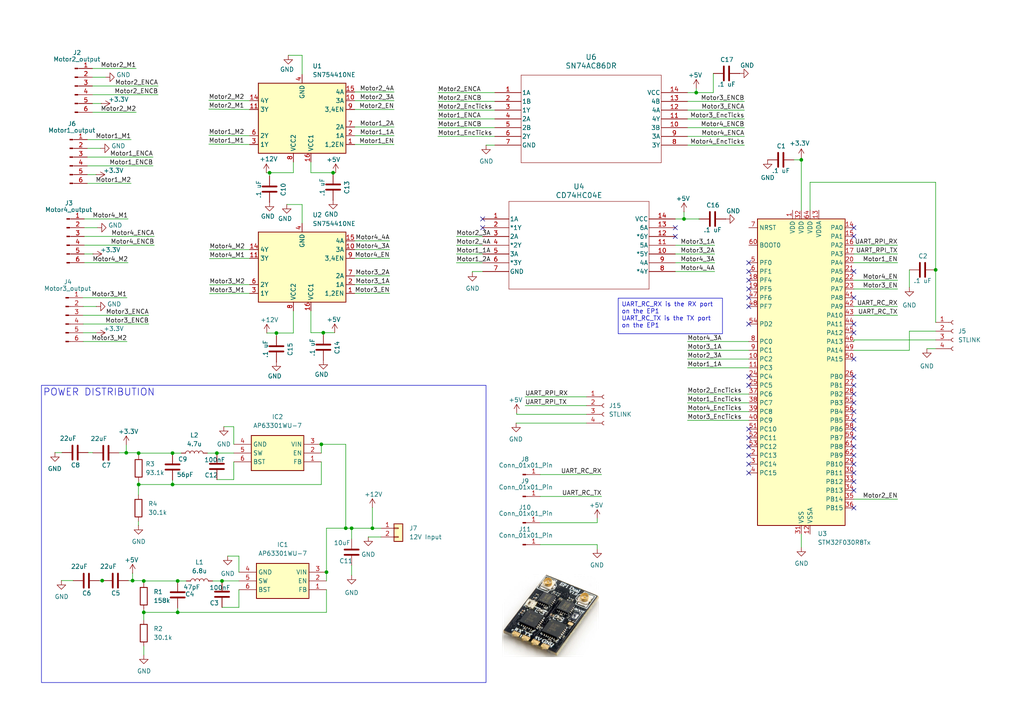
<source format=kicad_sch>
(kicad_sch (version 20231120) (generator "eeschema") (generator_version "8.0")
  (paper "A4")
  (junction (at 96.614 50.1004))
  (junction (at 38.4497 168.4025))
  (junction (at 50.0414 140.532))
  (junction (at 80.1739 96.5903))
  (junction (at 101.9818 153.2124))
  (junction (at 41.6981 177.6118))
  (junction (at 94.6919 165.9498))
  (junction (at 50.0414 131.424))
  (junction (at 51.5309 177.6118))
  (junction (at 41.6981 168.5038))
  (junction (at 100.2871 153.1994))
  (junction (at 78.1844 50.1004))
  (junction (at 40.2086 140.532))
  (junction (at 201.9423 26.867))
  (junction (at 62.9052 131.424))
  (junction (at 108.0081 153.2124))
  (junction (at 36.6238 131.3227))
  (junction (at 271.3766 78.2737))
  (junction (at 64.3947 168.5038))
  (junction (at 29.6409 168.4025))
  (junction (at 40.2086 131.424))
  (junction (at 93.7728 96.5004))
  (junction (at 232.41 46.3605))
  (junction (at 198.3856 63.5124))
  (junction (at 51.5309 168.5038))
  (junction (at 93.2024 128.87))
  (no_connect (at 247.65 104.14))
  (no_connect (at 247.65 116.84))
  (no_connect (at 217.17 81.28))
  (no_connect (at 217.17 78.74))
  (no_connect (at 247.65 78.74))
  (no_connect (at 247.65 114.3))
  (no_connect (at 217.17 137.16))
  (no_connect (at 217.17 134.62))
  (no_connect (at 247.65 111.76))
  (no_connect (at 195.8705 66.0524))
  (no_connect (at 139.9905 63.5124))
  (no_connect (at 247.65 109.22))
  (no_connect (at 195.8705 68.5924))
  (no_connect (at 247.65 66.04))
  (no_connect (at 247.65 142.24))
  (no_connect (at 247.65 134.62))
  (no_connect (at 247.65 147.32))
  (no_connect (at 247.65 93.98))
  (no_connect (at 247.65 119.38))
  (no_connect (at 247.65 139.7))
  (no_connect (at 217.17 124.46))
  (no_connect (at 217.17 111.76))
  (no_connect (at 217.17 109.22))
  (no_connect (at 217.17 76.2))
  (no_connect (at 217.17 93.98))
  (no_connect (at 217.17 83.82))
  (no_connect (at 217.17 129.54))
  (no_connect (at 247.65 124.46))
  (no_connect (at 139.9905 66.0524))
  (no_connect (at 217.17 127))
  (no_connect (at 247.65 127))
  (no_connect (at 247.65 132.08))
  (no_connect (at 247.65 121.92))
  (no_connect (at 247.65 129.54))
  (no_connect (at 217.17 86.36))
  (no_connect (at 217.17 132.08))
  (no_connect (at 247.65 86.36))
  (no_connect (at 247.65 96.52))
  (no_connect (at 247.65 137.16))
  (no_connect (at 247.65 68.58))
  (no_connect (at 217.17 88.9))
  (wire (pts (xy 40.1561 140.5536) (xy 40.2086 140.5536)))
  (wire (pts (xy 61.6633 168.5038) (xy 64.3947 168.5038)))
  (wire (pts (xy 41.6981 176.7332) (xy 41.6981 177.6118)))
  (wire (pts (xy 77.2447 50.1004) (xy 78.1844 50.1004)))
  (wire (pts (xy 127.0123 31.947) (xy 143.5223 31.947)))
  (wire (pts (xy 40.1561 151.1957) (xy 40.1561 152.4093)))
  (wire (pts (xy 127.0123 37.027) (xy 143.5223 37.027)))
  (wire (pts (xy 260.35 81.28) (xy 247.65 81.28)))
  (wire (pts (xy 106.8114 155.7524) (xy 106.8114 155.7504)))
  (wire (pts (xy 93.2024 128.87) (xy 100.2871 128.87)))
  (wire (pts (xy 132.3705 73.6724) (xy 139.9905 73.6724)))
  (wire (pts (xy 62.9052 131.424) (xy 62.9052 131.474)))
  (wire (pts (xy 263.7566 96.0537) (xy 271.3766 96.0537)))
  (wire (pts (xy 202.6638 63.5173) (xy 202.6638 63.5124)))
  (wire (pts (xy 100.2871 153.2124) (xy 101.9818 153.2124)))
  (wire (pts (xy 69.2919 176.1738) (xy 64.3947 176.1738)))
  (wire (pts (xy 132.3705 71.1324) (xy 139.9905 71.1324)))
  (wire (pts (xy 90.17 96.5004) (xy 93.7728 96.5004)))
  (wire (pts (xy 26.8028 27.4815) (xy 45.8528 27.4815)))
  (wire (pts (xy 199.39 116.84) (xy 217.17 116.84)))
  (wire (pts (xy 52.5538 131.424) (xy 50.0414 131.424)))
  (wire (pts (xy 41.6981 177.6118) (xy 41.6981 179.8265)))
  (wire (pts (xy 132.3705 68.5924) (xy 139.9905 68.5924)))
  (wire (pts (xy 139.9905 78.7524) (xy 136.997 78.7524)))
  (wire (pts (xy 67.8024 128.87) (xy 67.8024 123.7454)))
  (wire (pts (xy 67.8024 123.7454) (xy 64.9177 123.7454)))
  (wire (pts (xy 78.1844 50.1004) (xy 85.09 50.1004)))
  (wire (pts (xy 127.0123 29.407) (xy 143.5223 29.407)))
  (wire (pts (xy 41.6981 177.6118) (xy 51.5309 177.6118)))
  (wire (pts (xy 25.3309 45.568) (xy 44.3809 45.568)))
  (wire (pts (xy 263.7566 78.2737) (xy 263.7566 83.3537)))
  (wire (pts (xy 215.9123 37.027) (xy 199.4023 37.027)))
  (wire (pts (xy 198.3856 63.5124) (xy 202.6638 63.5124)))
  (wire (pts (xy 127.0123 39.567) (xy 143.5223 39.567)))
  (wire (pts (xy 149.8634 119.8084) (xy 149.8634 120.181)))
  (wire (pts (xy 93.2024 140.532) (xy 50.0414 140.532)))
  (wire (pts (xy 28.8448 168.4202) (xy 29.6409 168.4202)))
  (wire (pts (xy 260.35 144.78) (xy 247.65 144.78)))
  (wire (pts (xy 60.5625 41.805) (xy 72.39 41.91)))
  (wire (pts (xy 25.3309 53.188) (xy 38.0309 53.188)))
  (wire (pts (xy 40.2086 140.5536) (xy 40.2086 140.532)))
  (wire (pts (xy 199.39 119.38) (xy 217.17 119.38)))
  (wire (pts (xy 94.6919 165.9498) (xy 94.6919 168.4898)))
  (wire (pts (xy 199.39 121.92) (xy 217.17 121.92)))
  (wire (pts (xy 207.3005 71.1324) (xy 195.8705 71.1324)))
  (wire (pts (xy 199.39 104.14) (xy 217.17 104.14)))
  (wire (pts (xy 67.8024 131.41) (xy 62.9052 131.41)))
  (wire (pts (xy 94.6919 177.6118) (xy 51.5309 177.6118)))
  (wire (pts (xy 113.03 80.01) (xy 102.87 80.01)))
  (wire (pts (xy 60.7522 72.4586) (xy 72.39 72.39)))
  (wire (pts (xy 29.3428 30.0215) (xy 26.8028 30.0215)))
  (wire (pts (xy 90.17 90.17) (xy 90.17 96.5004)))
  (wire (pts (xy 215.9123 34.487) (xy 199.4023 34.487)))
  (wire (pts (xy 207.3005 76.2124) (xy 195.8705 76.2124)))
  (wire (pts (xy 60.7522 82.6186) (xy 72.39 82.55)))
  (wire (pts (xy 96.614 50.1004) (xy 97.3739 50.1004)))
  (wire (pts (xy 24.4335 66.0376) (xy 28.2435 66.0376)))
  (wire (pts (xy 215.9123 42.107) (xy 199.4023 42.107)))
  (wire (pts (xy 21.2248 168.3857) (xy 21.2248 168.4202)))
  (wire (pts (xy 260.35 88.9) (xy 247.65 88.9)))
  (wire (pts (xy 156.7127 151.6156) (xy 173.2227 151.6156)))
  (wire (pts (xy 36.6238 128.9786) (xy 36.6238 131.3227)))
  (wire (pts (xy 24.4335 68.5776) (xy 44.7535 68.5776)))
  (wire (pts (xy 199.4023 29.407) (xy 215.9123 29.407)))
  (wire (pts (xy 29.6409 168.3857) (xy 29.6409 168.4025)))
  (wire (pts (xy 93.2024 128.87) (xy 93.2024 131.41)))
  (wire (pts (xy 113.03 82.55) (xy 102.87 82.55)))
  (wire (pts (xy 199.39 101.6) (xy 217.17 101.6)))
  (wire (pts (xy 114.3 29.21) (xy 102.87 29.21)))
  (wire (pts (xy 78.1844 50.1004) (xy 78.1844 51.038)))
  (wire (pts (xy 24.13 88.9) (xy 27.94 88.9)))
  (wire (pts (xy 60.5625 29.105) (xy 72.39 29.21)))
  (wire (pts (xy 90.17 50.1004) (xy 96.614 50.1004)))
  (wire (pts (xy 25.3309 43.028) (xy 29.1409 43.028)))
  (wire (pts (xy 24.4335 71.1176) (xy 44.7535 71.1176)))
  (wire (pts (xy 101.9818 156.3498) (xy 101.9818 153.2124)))
  (wire (pts (xy 40.2086 131.424) (xy 50.0414 131.424)))
  (wire (pts (xy 199.39 114.3) (xy 217.17 114.3)))
  (wire (pts (xy 60.7522 85.1586) (xy 72.39 85.09)))
  (wire (pts (xy 38.4497 166.227) (xy 38.4497 168.4025)))
  (wire (pts (xy 206.8926 26.867) (xy 201.9423 26.867)))
  (wire (pts (xy 50.0414 140.532) (xy 50.0414 139.262)))
  (wire (pts (xy 260.35 73.66) (xy 247.65 73.66)))
  (wire (pts (xy 64.3947 168.4898) (xy 64.3947 168.5038)))
  (wire (pts (xy 27.8709 50.648) (xy 25.3309 50.648)))
  (wire (pts (xy 93.2024 133.95) (xy 93.2024 140.532)))
  (wire (pts (xy 60.7522 74.9986) (xy 72.39 74.93)))
  (wire (pts (xy 234.95 60.96) (xy 234.95 52.8737)))
  (wire (pts (xy 40.2086 139.6534) (xy 40.2086 140.532)))
  (wire (pts (xy 66.04 161.29) (xy 69.2919 161.29)))
  (wire (pts (xy 127.0123 34.487) (xy 143.5223 34.487)))
  (wire (pts (xy 260.35 71.12) (xy 247.65 71.12)))
  (wire (pts (xy 60.5625 31.645) (xy 72.39 31.75)))
  (wire (pts (xy 140.9823 42.107) (xy 143.5223 42.107)))
  (wire (pts (xy 25.3309 48.108) (xy 44.3809 48.108)))
  (wire (pts (xy 173.2227 151.6156) (xy 173.2227 150.3456)))
  (wire (pts (xy 96.614 50.1004) (xy 96.614 50.4442)))
  (wire (pts (xy 69.2919 171.0298) (xy 69.2919 176.1738)))
  (wire (pts (xy 247.65 98.5937) (xy 271.3766 98.5937)))
  (wire (pts (xy 127.0123 26.867) (xy 143.5223 26.867)))
  (wire (pts (xy 37.2609 168.4025) (xy 38.4497 168.4025)))
  (wire (pts (xy 132.3705 76.2124) (xy 139.9905 76.2124)))
  (wire (pts (xy 174.4927 137.6456) (xy 156.7127 137.6456)))
  (wire (pts (xy 114.3 36.83) (xy 102.87 36.83)))
  (wire (pts (xy 26.8028 22.4015) (xy 30.6128 22.4015)))
  (wire (pts (xy 29.6409 168.4202) (xy 29.6409 168.4025)))
  (wire (pts (xy 202.8441 63.5173) (xy 202.6638 63.5173)))
  (wire (pts (xy 93.7728 96.5004) (xy 93.7728 96.8939)))
  (wire (pts (xy 80.1739 97.3679) (xy 80.1739 96.5903)))
  (wire (pts (xy 77.3854 96.5903) (xy 80.1739 96.5903)))
  (wire (pts (xy 37.1335 63.4976) (xy 24.4335 63.4976)))
  (wire (pts (xy 67.8024 133.95) (xy 67.8024 139.094)))
  (wire (pts (xy 26.9735 73.6576) (xy 24.4335 73.6576)))
  (wire (pts (xy 34.5241 131.3227) (xy 36.6238 131.3227)))
  (wire (pts (xy 206.8926 21.297) (xy 206.8926 26.867)))
  (wire (pts (xy 24.4335 76.1976) (xy 37.1335 76.1976)))
  (wire (pts (xy 41.6981 168.4025) (xy 41.6981 168.5038)))
  (wire (pts (xy 195.8705 63.5124) (xy 198.3856 63.5124)))
  (wire (pts (xy 263.7566 101.6) (xy 263.7566 96.0537)))
  (wire (pts (xy 247.65 98.5937) (xy 247.65 99.06)))
  (wire (pts (xy 24.13 99.06) (xy 36.83 99.06)))
  (wire (pts (xy 230.268 46.3605) (xy 232.41 46.3605)))
  (wire (pts (xy 38.4497 168.4025) (xy 41.6981 168.4025)))
  (wire (pts (xy 156.7127 157.9656) (xy 173.2227 157.9656)))
  (wire (pts (xy 41.7132 187.4465) (xy 41.6981 187.4465)))
  (wire (pts (xy 271.3766 52.8737) (xy 271.3766 78.2737)))
  (wire (pts (xy 34.5241 131.3227) (xy 34.5241 131.3348)))
  (wire (pts (xy 93.7728 96.8939) (xy 93.7815 96.8939)))
  (wire (pts (xy 40.2086 132.0334) (xy 40.2086 131.424)))
  (wire (pts (xy 39.5028 19.8615) (xy 26.8028 19.8615)))
  (wire (pts (xy 234.95 52.8737) (xy 271.3766 52.8737)))
  (wire (pts (xy 51.5309 177.6118) (xy 51.5309 176.3418)))
  (wire (pts (xy 113.03 69.85) (xy 102.87 69.85)))
  (wire (pts (xy 152.3119 115.101) (xy 170.0919 115.101)))
  (wire (pts (xy 24.13 93.98) (xy 43.18 93.98)))
  (wire (pts (xy 26.8028 32.5615) (xy 39.5028 32.5615)))
  (wire (pts (xy 36.83 86.36) (xy 24.13 86.36)))
  (wire (pts (xy 90.17 46.99) (xy 90.17 50.1004)))
  (wire (pts (xy 199.4023 31.947) (xy 215.9123 31.947)))
  (wire (pts (xy 170.0919 122.721) (xy 149.6932 122.721)))
  (wire (pts (xy 64.3947 168.5038) (xy 64.3947 168.5538)))
  (wire (pts (xy 271.3766 78.2737) (xy 271.3766 93.5137)))
  (wire (pts (xy 100.2871 153.2124) (xy 100.2871 153.1994)))
  (wire (pts (xy 17.9664 131.2784) (xy 17.9664 131.2701)))
  (wire (pts (xy 114.3 26.67) (xy 102.87 26.67)))
  (wire (pts (xy 25.5864 131.2701) (xy 26.9041 131.2701)))
  (wire (pts (xy 80.1739 96.5903) (xy 85.09 96.5903)))
  (wire (pts (xy 27.94 96.52) (xy 24.13 96.52)))
  (wire (pts (xy 114.3 39.37) (xy 102.87 39.37)))
  (wire (pts (xy 201.9423 26.867) (xy 201.9423 25.597)))
  (wire (pts (xy 93.7728 96.5004) (xy 97.085 96.5004)))
  (wire (pts (xy 94.6919 171.0298) (xy 94.6919 177.6118)))
  (wire (pts (xy 69.2919 161.29) (xy 69.2919 165.9498)))
  (wire (pts (xy 173.2227 159.2356) (xy 173.2227 157.9656)))
  (wire (pts (xy 113.03 85.09) (xy 102.87 85.09)))
  (wire (pts (xy 15.9403 131.2784) (xy 17.9664 131.2784)))
  (wire (pts (xy 174.4927 143.9956) (xy 156.7127 143.9956)))
  (wire (pts (xy 60.1738 131.424) (xy 62.9052 131.424)))
  (wire (pts (xy 26.8028 24.9415) (xy 45.8528 24.9415)))
  (wire (pts (xy 215.9123 39.567) (xy 199.4023 39.567)))
  (wire (pts (xy 51.5309 168.5038) (xy 51.5309 168.7218)))
  (wire (pts (xy 38.0309 40.488) (xy 25.3309 40.488)))
  (wire (pts (xy 24.13 91.44) (xy 43.18 91.44)))
  (wire (pts (xy 50.0414 131.424) (xy 50.0414 131.642)))
  (wire (pts (xy 114.3 31.75) (xy 102.87 31.75)))
  (wire (pts (xy 149.8634 120.181) (xy 170.0919 120.181)))
  (wire (pts (xy 36.6238 131.3227) (xy 40.2086 131.3227)))
  (wire (pts (xy 113.03 72.39) (xy 102.87 72.39)))
  (wire (pts (xy 108.0081 153.2124) (xy 110.4721 153.2124)))
  (wire (pts (xy 54.0433 168.5038) (xy 51.5309 168.5038)))
  (wire (pts (xy 232.41 45.72) (xy 232.41 46.3605)))
  (wire (pts (xy 100.2871 128.87) (xy 100.2871 153.1994)))
  (wire (pts (xy 110.4721 155.7524) (xy 106.8114 155.7524)))
  (wire (pts (xy 113.03 74.93) (xy 102.87 74.93)))
  (wire (pts (xy 40.2086 140.532) (xy 50.0414 140.532)))
  (wire (pts (xy 198.3856 63.5124) (xy 198.3856 61.4109)))
  (wire (pts (xy 83.1728 59.3174) (xy 87.63 59.3174)))
  (wire (pts (xy 26.9041 131.2701) (xy 26.9041 131.3348)))
  (wire (pts (xy 199.39 99.06) (xy 217.17 99.06)))
  (wire (pts (xy 85.09 90.17) (xy 85.09 96.5903)))
  (wire (pts (xy 17.8066 168.3857) (xy 21.2248 168.3857)))
  (wire (pts (xy 62.9052 131.41) (xy 62.9052 131.424)))
  (wire (pts (xy 199.4023 26.867) (xy 201.9423 26.867)))
  (wire (pts (xy 136.997 78.7524) (xy 136.997 78.9845)))
  (wire (pts (xy 271.3766 101.1337) (xy 268.8366 101.1337)))
  (wire (pts (xy 85.09 50.1004) (xy 85.09 46.99)))
  (wire (pts (xy 101.9818 163.9698) (xy 101.9818 166.8519)))
  (wire (pts (xy 41.7132 189.9719) (xy 41.7132 187.4465)))
  (wire (pts (xy 94.6919 153.1994) (xy 100.2871 153.1994)))
  (wire (pts (xy 260.35 76.2) (xy 247.65 76.2)))
  (wire (pts (xy 232.41 158.75) (xy 232.41 154.94)))
  (wire (pts (xy 41.6981 168.5038) (xy 51.5309 168.5038)))
  (wire (pts (xy 247.65 101.6) (xy 263.7566 101.6)))
  (wire (pts (xy 87.63 16.0378) (xy 87.63 21.59)))
  (wire (pts (xy 199.39 106.68) (xy 217.17 106.68)))
  (wire (pts (xy 101.9818 153.2124) (xy 108.0081 153.2124)))
  (wire (pts (xy 41.6981 169.1132) (xy 41.6981 168.5038)))
  (wire (pts (xy 207.3005 73.6724) (xy 195.8705 73.6724)))
  (wire (pts (xy 67.8024 139.094) (xy 62.9052 139.094)))
  (wire (pts (xy 87.63 59.3174) (xy 87.63 64.77)))
  (wire (pts (xy 94.6919 165.9498) (xy 94.6919 153.1994)))
  (wire (pts (xy 207.3005 78.7524) (xy 195.8705 78.7524)))
  (wire (pts (xy 260.35 91.44) (xy 247.65 91.44)))
  (wire (pts (xy 108.0081 147.2069) (xy 108.0081 153.2124)))
  (wire (pts (xy 232.41 46.3605) (xy 232.41 60.96)))
  (wire (pts (xy 152.3119 117.641) (xy 170.0919 117.641)))
  (wire (pts (xy 60.5625 39.265) (xy 72.39 39.37)))
  (wire (pts (xy 83.6034 16.0378) (xy 87.63 16.0378)))
  (wire (pts (xy 260.35 83.82) (xy 247.65 83.82)))
  (wire (pts (xy 40.1561 140.5536) (xy 40.1561 143.5757)))
  (wire (pts (xy 69.2919 168.4898) (xy 64.3947 168.4898)))
  (wire (pts (xy 114.3 41.91) (xy 102.87 41.91)))
  (wire (pts (xy 40.2086 131.3227) (xy 40.2086 131.424)))
  (rectangle (start 12.0251 111.76) (end 140.97 197.9621))
  (image (at 159.6821 178.5548) (scale 0.547173))
  (text_box "UART_RC_RX is the RX port on the EP1 \nUART_RC_TX is the TX port on the EP1 " (at 179.3068 86.4805 0) (size 30.2397 10.3189) (effects (font (size 1.27 1.27)) (justify left top)))
  (text "POWER DISTRIBUTION" (at 28.7165 113.9012 0) (effects (font (size 2.032 2.032))))
  (label "Motor2_EN" (at 260.35 144.78 180))
  (label "Motor2_ENCB" (at 127.0123 29.407 0))
  (label "UART_RC_TX" (at 260.35 91.44 180))
  (label "Motor3_EN" (at 113.03 85.09 180))
  (label "Motor1_ENCA" (at 44.3809 45.568 180))
  (label "Motor4_ENCA" (at 215.9123 39.567 180))
  (label "Motor2_EncTicks" (at 199.39 114.3 0))
  (label "Motor2_ENCB" (at 45.8528 27.4815 180))
  (label "Motor4_M2" (at 37.1335 76.1976 180))
  (label "Motor2_M1" (at 60.5625 31.645 0))
  (label "Motor1_M2" (at 60.5625 39.265 0))
  (label "Motor2_M2" (at 39.5028 32.5615 180))
  (label "Motor3_EncTicks" (at 215.9123 34.487 180))
  (label "Motor2_M2" (at 60.5625 29.105 0))
  (label "Motor2_EN" (at 114.3 31.75 180))
  (label "Motor4_M1" (at 37.1335 63.4976 180))
  (label "Motor4_3A" (at 113.03 72.39 180))
  (label "Motor3_1A" (at 199.39 101.6 0))
  (label "Motor2_4A" (at 114.3 26.67 180))
  (label "Motor3_M2" (at 60.7522 82.6186 0))
  (label "Motor4_EN" (at 113.03 74.93 180))
  (label "Motor3_M2" (at 36.83 99.06 180))
  (label "Motor2_M1" (at 39.5028 19.8615 180))
  (label "Motor1_EncTicks" (at 199.39 116.84 0))
  (label "Motor3_2A" (at 207.3005 73.6724 180))
  (label "Motor2_3A" (at 132.3705 68.5924 0))
  (label "UART_RC_RX" (at 174.4927 137.6456 180))
  (label "Motor3_1A" (at 113.03 82.55 180))
  (label "Motor1_ENCA" (at 127.0123 34.487 0))
  (label "Motor4_3A" (at 207.3005 76.2124 180))
  (label "Motor2_ENCA" (at 127.0123 26.867 0))
  (label "Motor3_1A" (at 207.3005 71.1324 180))
  (label "UART_RPI_RX" (at 152.3119 115.101 0))
  (label "Motor1_ENCB" (at 44.3809 48.108 180))
  (label "UART_RC_TX" (at 174.4927 143.9956 180))
  (label "Motor4_4A" (at 207.3005 78.7524 180))
  (label "Motor3_ENCB" (at 215.9123 29.407 180))
  (label "Motor2_3A" (at 114.3 29.21 180))
  (label "Motor2_3A" (at 199.39 104.14 0))
  (label "Motor1_2A" (at 114.3 36.83 180))
  (label "Motor1_M1" (at 38.0309 40.488 180))
  (label "UART_RPI_TX" (at 152.3119 117.641 0))
  (label "Motor4_M2" (at 60.7522 72.4586 0))
  (label "Motor4_ENCA" (at 44.7535 68.5776 180))
  (label "Motor2_4A" (at 132.3705 71.1324 0))
  (label "UART_RPI_TX" (at 260.35 73.66 180))
  (label "Motor1_M1" (at 60.5625 41.805 0))
  (label "Motor3_2A" (at 113.03 80.01 180))
  (label "Motor3_M1" (at 36.83 86.36 180))
  (label "Motor3_ENCB" (at 43.18 93.98 180))
  (label "Motor4_EncTicks" (at 215.9123 42.107 180))
  (label "Motor1_1A" (at 132.3705 73.6724 0))
  (label "Motor1_M2" (at 38.0309 53.188 180))
  (label "UART_RPI_RX" (at 260.35 71.12 180))
  (label "Motor4_4A" (at 113.03 69.85 180))
  (label "Motor1_ENCB" (at 127.0123 37.027 0))
  (label "Motor3_EN" (at 260.35 83.82 180))
  (label "Motor2_ENCA" (at 45.8528 24.9415 180))
  (label "Motor4_EncTicks" (at 199.39 119.38 0))
  (label "Motor4_ENCB" (at 215.9123 37.027 180))
  (label "Motor3_M1" (at 60.7522 85.1586 0))
  (label "Motor3_ENCA" (at 215.9123 31.947 180))
  (label "Motor1_EncTicks" (at 127.0123 39.567 0))
  (label "Motor1_EN" (at 260.35 76.2 180))
  (label "Motor1_1A" (at 199.39 106.68 0))
  (label "Motor4_3A" (at 199.39 99.06 0))
  (label "UART_RC_RX" (at 260.35 88.9 180))
  (label "Motor4_M1" (at 60.7522 74.9986 0))
  (label "Motor3_EncTicks" (at 199.39 121.92 0))
  (label "Motor1_EN" (at 114.3 41.91 180))
  (label "Motor4_ENCB" (at 44.7535 71.1176 180))
  (label "Motor2_EncTicks" (at 127.0123 31.947 0))
  (label "Motor4_EN" (at 260.35 81.28 180))
  (label "Motor1_2A" (at 132.3705 76.2124 0))
  (label "Motor3_ENCA" (at 43.18 91.44 180))
  (label "Motor1_1A" (at 114.3 39.37 180))
  (symbol (lib_id "Device:C") (at 206.6541 63.5173 90) (unit 1)
    (property "Reference" "C16" (at 206.7819 59.526 90))
    (property "Value" ".1 uF" (at 206.6909 66.68 90))
    (property "Footprint" "Capacitor_SMD:C_0603_1608Metric" (effects (hide yes)))
    (property "Description" "Unpolarized capacitor" (effects (hide yes)))
    (property "manf#" "CC0603KRX7R7BB104" (effects (hide yes)))
    (property "digikey#" "311-1088-2-ND" (effects (hide yes)))
  )
  (symbol (lib_id "power:+3.3V") (at 108.0081 147.2069 0) (unit 1)
    (property "Reference" "#PWR018" (effects (hide yes)))
    (property "Value" "+12V" (at 105.6578 143.3881 0) (effects (justify left)))
    (property "Description" "Power symbol creates a global label with name \"+3.3V\"" (effects (hide yes)))
  )
  (symbol (lib_id "Device:C") (at 226.458 46.3605 90) (unit 1)
    (property "Reference" "C1" (at 226.5858 42.3692 90))
    (property "Value" ".1 uF" (at 226.4948 49.5232 90))
    (property "Footprint" "Capacitor_SMD:C_0603_1608Metric" (effects (hide yes)))
    (property "Description" "Unpolarized capacitor" (effects (hide yes)))
    (property "manf#" "CC0603KRX7R7BB104" (effects (hide yes)))
    (property "digikey#" "311-1088-2-ND" (effects (hide yes)))
  )
  (symbol (lib_id "AP63301WU-7:AP63301WU-7") (at 93.2024 133.95 180) (unit 1)
    (property "Reference" "IC2" (at 80.5024 120.896 0))
    (property "Value" "AP63301WU-7" (at 80.5024 123.436 0))
    (property "Footprint" "SOT95P280X100-6N" (effects (hide yes)))
    (property "Datasheet" "https://www.diodes.com//assets/Datasheets/AP63300-AP63301.pdf" (effects (hide yes)))
    (property "Description" "3.8V TO 32V INPUT, 3A LOW IQ SYNCHRONOUS BUCK WITH ENHANCED EMI REDUCTION." (effects (hide yes)))
    (property "Height" "1" (effects (hide yes)))
    (property "Manufacturer_Name" "Diodes Incorporated" (effects (hide yes)))
    (property "Manufacturer_Part_Number" "AP63301WU-7" (effects (hide yes)))
    (property "digikey#" "31-AP63301WU-7TR-ND" (effects (hide yes)))
    (property "manf#" "AP63301WU-7" (effects (hide yes)))
  )
  (symbol (lib_id "power:+3.3V") (at 27.8709 50.648 270) (unit 1)
    (property "Reference" "#PWR021" (effects (hide yes)))
    (property "Value" "+3.3V" (at 29.9552 49.4599 90) (effects (justify left)))
    (property "Description" "Power symbol creates a global label with name \"+3.3V\"" (effects (hide yes)))
  )
  (symbol (lib_id "power:+3.3V") (at 36.6238 128.9786 0) (unit 1)
    (property "Reference" "#PWR035" (effects (hide yes)))
    (property "Value" "+3.3V" (at 34.2735 125.1598 0) (effects (justify left)))
    (property "Description" "Power symbol creates a global label with name \"+3.3V\"" (effects (hide yes)))
  )
  (symbol (lib_id "Device:C") (at 21.7764 131.2701 90) (unit 1)
    (property "Reference" "C8" (at 23.244 134.9097 90) (effects (justify left)))
    (property "Value" "22uF" (at 22.1873 127.1609 90) (effects (justify left)))
    (property "Footprint" "Capacitor_SMD:C_0603_1608Metric" (effects (hide yes)))
    (property "Description" "Unpolarized capacitor" (effects (hide yes)))
    (property "digikey#" "1276-1274-2-ND" (effects (hide yes)))
    (property "manf#" "CL10A226MP8NUNE" (effects (hide yes)))
  )
  (symbol (lib_id "Device:C") (at 62.9052 135.284 0) (unit 1)
    (property "Reference" "C12" (at 59.3209 137.8194 0) (effects (justify left)))
    (property "Value" "100nF" (at 59.2389 133.3724 0) (effects (justify left)))
    (property "Footprint" "Capacitor_SMD:C_0603_1608Metric" (effects (hide yes)))
    (property "Description" "Unpolarized capacitor" (effects (hide yes)))
    (property "manf#" "  CC0603KRX7R7BB104" (effects (hide yes)))
    (property "digikey#" "311-1088-2-ND" (effects (hide yes)))
  )
  (symbol (lib_id "power:GND") (at 222.648 46.3605 0) (unit 1)
    (property "Reference" "#PWR022" (effects (hide yes)))
    (property "Value" "GND" (at 222.648 51.5353 0))
    (property "Description" "Power symbol creates a global label with name \"GND\" , ground" (effects (hide yes)))
  )
  (symbol (lib_id "power:GND") (at 27.94 88.9 90) (unit 1)
    (property "Reference" "#PWR08" (effects (hide yes)))
    (property "Value" "GND" (at 31.0742 88.2037 90) (effects (justify right)))
    (property "Description" "Power symbol creates a global label with name \"GND\" , ground" (effects (hide yes)))
  )
  (symbol (lib_id "power:GND") (at 29.1409 43.028 90) (unit 1)
    (property "Reference" "#PWR024" (effects (hide yes)))
    (property "Value" "GND" (at 32.2751 42.3317 90) (effects (justify right)))
    (property "Description" "Power symbol creates a global label with name \"GND\" , ground" (effects (hide yes)))
  )
  (symbol (lib_id "power:+3.3V") (at 149.8634 119.8084 0) (unit 1)
    (property "Reference" "#PWR041" (effects (hide yes)))
    (property "Value" "+5V" (at 147.5131 115.9896 0) (effects (justify left)))
    (property "Description" "Power symbol creates a global label with name \"+3.3V\"" (effects (hide yes)))
  )
  (symbol (lib_id "MCU_ST_STM32F0:STM32F030R8Tx") (at 232.41 109.22 0) (unit 1)
    (property "Reference" "U3" (at 237.1441 154.7895 0) (effects (justify left)))
    (property "Value" "STM32F030R8Tx" (at 237.1441 157.3295 0) (effects (justify left)))
    (property "Footprint" "Package_QFP:LQFP-64_10x10mm_P0.5mm" (effects (hide yes)))
    (property "Datasheet" "https://www.st.com/resource/en/datasheet/stm32f030r8.pdf" (effects (hide yes)))
    (property "Description" "STMicroelectronics Arm Cortex-M0 MCU, 64KB flash, 8KB RAM, 48 MHz, 2.4-3.6V, 55 GPIO, LQFP64" (effects (hide yes)))
  )
  (symbol (lib_id "power:GND") (at 210.4641 63.5173 90) (unit 1)
    (property "Reference" "#PWR039" (effects (hide yes)))
    (property "Value" "GND" (at 210.6062 61.1896 90) (effects (justify right)))
    (property "Description" "Power symbol creates a global label with name \"GND\" , ground" (effects (hide yes)))
  )
  (symbol (lib_id "power:GND") (at 268.8366 101.1337 0) (unit 1)
    (property "Reference" "#PWR011" (effects (hide yes)))
    (property "Value" "GND" (at 268.8366 106.199 0))
    (property "Description" "Power symbol creates a global label with name \"GND\" , ground" (effects (hide yes)))
  )
  (symbol (lib_id "power:GND") (at 93.7815 104.5139 0) (unit 1)
    (property "Reference" "#PWR037" (effects (hide yes)))
    (property "Value" "GND" (at 95.3221 108.6147 0) (effects (justify right)))
    (property "Description" "Power symbol creates a global label with name \"GND\" , ground" (effects (hide yes)))
  )
  (symbol (lib_id "power:GND") (at 214.5126 21.297 90) (unit 1)
    (property "Reference" "#PWR040" (effects (hide yes)))
    (property "Value" "GND" (at 214.6547 18.9693 90) (effects (justify right)))
    (property "Description" "Power symbol creates a global label with name \"GND\" , ground" (effects (hide yes)))
  )
  (symbol (lib_id "Connector:Conn_01x01_Pin") (at 151.6327 143.9956 0) (unit 1)
    (property "Reference" "J9" (at 152.2677 139.5377 0))
    (property "Value" "Conn_01x01_Pin" (at 152.4923 141.3056 0))
    (property "Footprint" "TestPoint:TestPoint_THTPad_2.0x2.0mm_Drill1.0mm" (effects (hide yes)))
    (property "Description" "Generic connector, single row, 01x01, script generated" (effects (hide yes)))
  )
  (symbol (lib_id "Connector:Conn_01x01_Pin") (at 151.6327 151.6156 0) (unit 1)
    (property "Reference" "J10" (at 152.2677 147.1577 0))
    (property "Value" "Conn_01x01_Pin" (at 152.4923 148.9256 0))
    (property "Footprint" "TestPoint:TestPoint_THTPad_2.0x2.0mm_Drill1.0mm" (effects (hide yes)))
    (property "Description" "Generic connector, single row, 01x01, script generated" (effects (hide yes)))
  )
  (symbol (lib_id "Device:L") (at 57.8533 168.5038 90) (unit 1)
    (property "Reference" "L1" (at 57.8533 163.057 90))
    (property "Value" "6.8u" (at 57.8533 165.597 90))
    (property "Footprint" "Inductor_SMD:L_0603_1608Metric" (effects (hide yes)))
    (property "Description" "Inductor" (effects (hide yes)))
    (property "manf#" "AIML-0603-6R8K-T" (effects (hide yes)))
    (property "digikey#" "535-11606-2-ND " (effects (hide yes)))
  )
  (symbol (lib_id "power:GND") (at 96.614 58.0642 0) (unit 1)
    (property "Reference" "#PWR036" (effects (hide yes)))
    (property "Value" "GND" (at 98.1546 62.165 0) (effects (justify right)))
    (property "Description" "Power symbol creates a global label with name \"GND\" , ground" (effects (hide yes)))
  )
  (symbol (lib_id "Connector_Generic:Conn_01x02") (at 115.5521 153.2124 0) (unit 1)
    (property "Reference" "J7" (at 118.6738 153.2123 0) (effects (justify left)))
    (property "Value" "12V Input" (at 118.6738 155.7523 0) (effects (justify left)))
    (property "Footprint" "Connector_AMASS:AMASS_XT60PW-M_1x02_P7.20mm_Horizontal" (effects (hide yes)))
    (property "Description" "Generic connector, single row, 01x02, script generated (kicad-library-utils/schlib/autogen/connector/)" (effects (hide yes)))
  )
  (symbol (lib_id "Device:R") (at 41.6981 172.9232 0) (unit 1)
    (property "Reference" "R1" (at 44.52 171.6531 0) (effects (justify left)))
    (property "Value" "158k" (at 44.52 174.1931 0) (effects (justify left)))
    (property "Footprint" "Resistor_SMD:R_0603_1608Metric" (effects (hide yes)))
    (property "Description" "Resistor" (effects (hide yes)))
    (property "manf#" "CRCW0603158KFKEA" (effects (hide yes)))
    (property "digikey#" "541-158KHTR-ND" (effects (hide yes)))
  )
  (symbol (lib_id "power:GND") (at 136.997 78.9845 0) (unit 1)
    (property "Reference" "#PWR029" (effects (hide yes)))
    (property "Value" "GND" (at 139.113 83.6574 0) (effects (justify right)))
    (property "Description" "Power symbol creates a global label with name \"GND\" , ground" (effects (hide yes)))
  )
  (symbol (lib_id "Device:C") (at 267.5666 78.2737 90) (unit 1)
    (property "Reference" "C2" (at 267.6944 74.2824 90))
    (property "Value" ".1 uF" (at 267.6034 81.4364 90))
    (property "Footprint" "Capacitor_SMD:C_0603_1608Metric" (effects (hide yes)))
    (property "Description" "Unpolarized capacitor" (effects (hide yes)))
    (property "manf#" "CC0603KRX7R7BB104" (effects (hide yes)))
    (property "digikey#" "311-1088-2-ND" (effects (hide yes)))
  )
  (symbol (lib_id "power:+3.3V") (at 38.4497 166.227 0) (unit 1)
    (property "Reference" "#PWR034" (effects (hide yes)))
    (property "Value" "+5V" (at 36.0994 162.4082 0) (effects (justify left)))
    (property "Description" "Power symbol creates a global label with name \"+3.3V\"" (effects (hide yes)))
  )
  (symbol (lib_id "Device:R") (at 40.1561 147.3857 0) (unit 1)
    (property "Reference" "R4" (at 42.978 146.1156 0) (effects (justify left)))
    (property "Value" "30.1k" (at 42.978 148.6556 0) (effects (justify left)))
    (property "Footprint" "Resistor_SMD:R_0603_1608Metric" (effects (hide yes)))
    (property "Description" "Resistor" (effects (hide yes)))
    (property "manf#" "RC0603FR-0730K1L" (effects (hide yes)))
    (property "digikey#" "311-30.1KHRTR-ND" (effects (hide yes)))
  )
  (symbol (lib_id "power:GND") (at 30.6128 22.4015 90) (unit 1)
    (property "Reference" "#PWR04" (effects (hide yes)))
    (property "Value" "GND" (at 33.747 21.7052 90) (effects (justify right)))
    (property "Description" "Power symbol creates a global label with name \"GND\" , ground" (effects (hide yes)))
  )
  (symbol (lib_id "power:GND") (at 66.04 161.29 0) (unit 1)
    (property "Reference" "#PWR01" (effects (hide yes)))
    (property "Value" "GND" (at 66.04 166.37 0))
    (property "Description" "Power symbol creates a global label with name \"GND\" , ground" (effects (hide yes)))
  )
  (symbol (lib_id "Device:C") (at 101.9818 160.1598 0) (unit 1)
    (property "Reference" "C11" (at 98.3975 162.6952 0) (effects (justify left)))
    (property "Value" "10uF" (at 96.7956 157.4482 0) (effects (justify left)))
    (property "Footprint" "Capacitor_SMD:C_0603_1608Metric" (effects (hide yes)))
    (property "Datasheet" "https://mm.digikey.com/Volume0/opasdata/d220001/medias/docus/609/CL10A106MQ8NNNC_Spec.pdf" (effects (hide yes)))
    (property "Description" "Unpolarized capacitor" (effects (hide yes)))
    (property "digikey#" "1276-1119-2-ND" (effects (hide yes)))
    (property "manf#" "CL10A106MQ8NNNC" (effects (hide yes)))
  )
  (symbol (lib_id "Driver_Motor:SN754410NE") (at 87.63 77.47 180) (unit 1)
    (property "Reference" "U2" (at 90.6465 62.335 0) (effects (justify right)))
    (property "Value" "SN754410NE" (at 90.6465 64.875 0) (effects (justify right)))
    (property "Footprint" "Package_DIP:DIP-16_W7.62mm" (effects (hide yes)))
    (property "Datasheet" "https://www.ti.com/lit/ds/symlink/sn754410.pdf" (effects (hide yes)))
    (property "Description" "Quadruple Half-H Driver, DIP-16" (effects (hide yes)))
  )
  (symbol (lib_id "Connector:Conn_01x01_Pin") (at 151.6327 137.6456 0) (unit 1)
    (property "Reference" "J8" (at 152.2677 133.1877 0))
    (property "Value" "Conn_01x01_Pin" (at 152.4923 134.9556 0))
    (property "Footprint" "TestPoint:TestPoint_THTPad_2.0x2.0mm_Drill1.0mm" (effects (hide yes)))
    (property "Description" "Generic connector, single row, 01x01, script generated" (effects (hide yes)))
  )
  (symbol (lib_id "power:GND") (at 28.2435 66.0376 90) (unit 1)
    (property "Reference" "#PWR07" (effects (hide yes)))
    (property "Value" "GND" (at 31.3777 65.3413 90) (effects (justify right)))
    (property "Description" "Power symbol creates a global label with name \"GND\" , ground" (effects (hide yes)))
  )
  (symbol (lib_id "power:GND") (at 101.9818 166.8519 0) (unit 1)
    (property "Reference" "#PWR020" (effects (hide yes)))
    (property "Value" "GND" (at 101.9818 171.9172 0))
    (property "Description" "Power symbol creates a global label with name \"GND\" , ground" (effects (hide yes)))
  )
  (symbol (lib_id "Device:R") (at 41.6981 183.6365 0) (unit 1)
    (property "Reference" "R2" (at 44.52 182.3664 0) (effects (justify left)))
    (property "Value" "30.1k" (at 44.52 184.9064 0) (effects (justify left)))
    (property "Footprint" "Resistor_SMD:R_0603_1608Metric" (effects (hide yes)))
    (property "Description" "Resistor" (effects (hide yes)))
    (property "manf#" "RC0603FR-0730K1L" (effects (hide yes)))
    (property "digikey#" "311-30.1KHRTR-ND" (effects (hide yes)))
  )
  (symbol (lib_id "power:+3.3V") (at 232.41 45.72 0) (unit 1)
    (property "Reference" "#PWR010" (effects (hide yes)))
    (property "Value" "+3.3V" (at 228.9476 41.567 0) (effects (justify left)))
    (property "Description" "Power symbol creates a global label with name \"+3.3V\"" (effects (hide yes)))
  )
  (symbol (lib_id "AP63301WU-7:AP63301WU-7") (at 94.6919 171.0298 180) (unit 1)
    (property "Reference" "IC1" (at 81.9919 157.9758 0))
    (property "Value" "AP63301WU-7" (at 81.9919 160.5158 0))
    (property "Footprint" "SOT95P280X100-6N" (effects (hide yes)))
    (property "Datasheet" "https://www.diodes.com//assets/Datasheets/AP63300-AP63301.pdf" (effects (hide yes)))
    (property "Description" "3.8V TO 32V INPUT, 3A LOW IQ SYNCHRONOUS BUCK WITH ENHANCED EMI REDUCTION." (effects (hide yes)))
    (property "Height" "1" (effects (hide yes)))
    (property "Manufacturer_Name" "Diodes Incorporated" (effects (hide yes)))
    (property "Manufacturer_Part_Number" "AP63301WU-7" (effects (hide yes)))
    (property "digikey#" "31-AP63301WU-7TR-ND" (effects (hide yes)))
    (property "manf#" "AP63301WU-7" (effects (hide yes)))
  )
  (symbol (lib_id "power:GND") (at 83.1728 59.3174 0) (unit 1)
    (property "Reference" "#PWR012" (effects (hide yes)))
    (property "Value" "GND" (at 84.7134 63.4182 0) (effects (justify right)))
    (property "Description" "Power symbol creates a global label with name \"GND\" , ground" (effects (hide yes)))
  )
  (symbol (lib_id "power:GND") (at 83.6034 16.0378 0) (unit 1)
    (property "Reference" "#PWR013" (effects (hide yes)))
    (property "Value" "GND" (at 85.289 20.1407 0) (effects (justify right)))
    (property "Description" "Power symbol creates a global label with name \"GND\" , ground" (effects (hide yes)))
  )
  (symbol (lib_id "Connector:Conn_01x06_Pin") (at 21.7228 24.9415 0) (unit 1)
    (property "Reference" "J2" (at 22.3578 15.2694 0))
    (property "Value" "Motor2_output" (at 22.2964 17.1765 0))
    (property "Footprint" "Connector_JST:JST_PH_B6B-PH-K_1x06_P2.00mm_Vertical" (effects (hide yes)))
    (property "Description" "Generic connector, single row, 01x06, script generated" (effects (hide yes)))
  )
  (symbol (lib_id "Device:C") (at 64.3947 172.3638 0) (unit 1)
    (property "Reference" "C3" (at 60.8104 174.8992 0) (effects (justify left)))
    (property "Value" "100nF" (at 60.7284 170.4522 0) (effects (justify left)))
    (property "Footprint" "Capacitor_SMD:C_0603_1608Metric" (effects (hide yes)))
    (property "Description" "Unpolarized capacitor" (effects (hide yes)))
    (property "manf#" "  CC0603KRX7R7BB104" (effects (hide yes)))
    (property "digikey#" "311-1088-2-ND" (effects (hide yes)))
  )
  (symbol (lib_id "power:GND") (at 17.8066 168.3857 0) (unit 1)
    (property "Reference" "#PWR031" (effects (hide yes)))
    (property "Value" "GND" (at 19.9226 173.0586 0) (effects (justify right)))
    (property "Description" "Power symbol creates a global label with name \"GND\" , ground" (effects (hide yes)))
  )
  (symbol (lib_id "Connector:Conn_01x04_Socket") (at 276.4566 96.0537 0) (unit 1)
    (property "Reference" "J5" (at 277.8729 96.0536 0) (effects (justify left)))
    (property "Value" "STLINK" (at 277.8729 98.5936 0) (effects (justify left)))
    (property "Footprint" "Connector_PinHeader_2.54mm:PinHeader_1x04_P2.54mm_Vertical" (effects (hide yes)))
    (property "Description" "Generic connector, single row, 01x04, script generated" (effects (hide yes)))
  )
  (symbol (lib_id "Device:C") (at 80.1739 101.1779 0) (unit 1)
    (property "Reference" "C15" (at 84.1652 101.3057 90))
    (property "Value" ".1 uF" (at 77.0112 101.2147 90))
    (property "Footprint" "Capacitor_SMD:C_0603_1608Metric" (effects (hide yes)))
    (property "Description" "Unpolarized capacitor" (effects (hide yes)))
    (property "manf#" "CC0603KRX7R7BB104" (effects (hide yes)))
    (property "digikey#" "311-1088-2-ND" (effects (hide yes)))
  )
  (symbol (lib_id "power:+3.3V") (at 97.3739 50.1004 0) (unit 1)
    (property "Reference" "#PWR017" (effects (hide yes)))
    (property "Value" "+5V" (at 94.6629 46.2943 0) (effects (justify left)))
    (property "Description" "Power symbol creates a global label with name \"+3.3V\"" (effects (hide yes)))
  )
  (symbol (lib_id "power:GND") (at 173.2227 159.2356 0) (mirror y) (unit 1)
    (property "Reference" "#PWR043" (effects (hide yes)))
    (property "Value" "GND" (at 171.1067 163.9085 0) (effects (justify right)))
    (property "Description" "Power symbol creates a global label with name \"GND\" , ground" (effects (hide yes)))
  )
  (symbol (lib_id "Device:C") (at 25.0348 168.4202 90) (unit 1)
    (property "Reference" "C6" (at 26.5024 172.0598 90) (effects (justify left)))
    (property "Value" "22uF" (at 25.4457 164.311 90) (effects (justify left)))
    (property "Footprint" "Capacitor_SMD:C_0603_1608Metric" (effects (hide yes)))
    (property "Description" "Unpolarized capacitor" (effects (hide yes)))
    (property "digikey#" "1276-1274-2-ND" (effects (hide yes)))
    (property "manf#" "CL10A226MP8NUNE" (effects (hide yes)))
  )
  (symbol (lib_id "Device:R") (at 40.2086 135.8434 0) (unit 1)
    (property "Reference" "R3" (at 42.1999 134.5733 0) (effects (justify left)))
    (property "Value" "93.1k" (at 42.1999 137.1133 0) (effects (justify left)))
    (property "Footprint" "Resistor_SMD:R_0603_1608Metric" (effects (hide yes)))
    (property "Description" "Resistor" (effects (hide yes)))
  )
  (symbol (lib_id "power:+3.3V") (at 97.085 96.5004 0) (unit 1)
    (property "Reference" "#PWR015" (effects (hide yes)))
    (property "Value" "+5V" (at 94.7347 92.6816 0) (effects (justify left)))
    (property "Description" "Power symbol creates a global label with name \"+3.3V\"" (effects (hide yes)))
  )
  (symbol (lib_id "Connector:Conn_01x06_Pin") (at 19.05 91.44 0) (unit 1)
    (property "Reference" "J4" (at 19.685 81.7679 0))
    (property "Value" "Motor3_output" (at 19.6236 83.675 0))
    (property "Footprint" "Connector_JST:JST_PH_B6B-PH-K_1x06_P2.00mm_Vertical" (effects (hide yes)))
    (property "Description" "Generic connector, single row, 01x06, script generated" (effects (hide yes)))
  )
  (symbol (lib_id "power:GND") (at 80.1739 104.9879 0) (unit 1)
    (property "Reference" "#PWR038" (effects (hide yes)))
    (property "Value" "GND" (at 81.7145 109.0887 0) (effects (justify right)))
    (property "Description" "Power symbol creates a global label with name \"GND\" , ground" (effects (hide yes)))
  )
  (symbol (lib_id "power:GND") (at 40.1561 152.4093 0) (unit 1)
    (property "Reference" "#PWR033" (effects (hide yes)))
    (property "Value" "GND" (at 42.2721 157.0822 0) (effects (justify right)))
    (property "Description" "Power symbol creates a global label with name \"GND\" , ground" (effects (hide yes)))
  )
  (symbol (lib_id "Driver_Motor:SN754410NE") (at 87.63 34.29 180) (unit 1)
    (property "Reference" "U1" (at 90.6465 19.155 0) (effects (justify right)))
    (property "Value" "SN754410NE" (at 90.6465 21.695 0) (effects (justify right)))
    (property "Footprint" "Package_DIP:DIP-16_W7.62mm" (effects (hide yes)))
    (property "Datasheet" "https://www.ti.com/lit/ds/symlink/sn754410.pdf" (effects (hide yes)))
    (property "Description" "Quadruple Half-H Driver, DIP-16" (effects (hide yes)))
  )
  (symbol (lib_id "SN74AC86DR:SN74AC86DR") (at 143.5223 26.867 0) (unit 1)
    (property "Reference" "U6" (at 171.4623 16.5512 0) (effects (font (size 1.524 1.524))))
    (property "Value" "SN74AC86DR" (at 171.4623 19.0912 0) (effects (font (size 1.524 1.524))))
    (property "Footprint" "SN74AC86DR:D14" (effects (hide yes)))
    (property "Datasheet" "SN74AC86DR" (effects (hide yes)))
    (property "Description" "XOR Gate" (effects (hide yes)))
  )
  (symbol (lib_id "power:GND") (at 64.9177 123.7454 0) (unit 1)
    (property "Reference" "#PWR02" (effects (hide yes)))
    (property "Value" "GND" (at 64.9177 128.8254 0))
    (property "Description" "Power symbol creates a global label with name \"GND\" , ground" (effects (hide yes)))
  )
  (symbol (lib_id "power:+3.3V") (at 26.9735 73.6576 270) (unit 1)
    (property "Reference" "#PWR05" (effects (hide yes)))
    (property "Value" "+3.3V" (at 29.0578 72.4695 90) (effects (justify left)))
    (property "Description" "Power symbol creates a global label with name \"+3.3V\"" (effects (hide yes)))
  )
  (symbol (lib_id "Device:L") (at 56.3638 131.424 90) (unit 1)
    (property "Reference" "L2" (at 56.3638 126.227 90))
    (property "Value" "4.7u" (at 56.3638 128.767 90))
    (property "Footprint" "Inductor_SMD:L_0603_1608Metric" (effects (hide yes)))
    (property "Description" "Inductor" (effects (hide yes)))
    (property "manf#" "AIML-0603-4R7K-T" (effects (hide yes)))
    (property "digikey#" "535-11602-2-ND " (effects (hide yes)))
  )
  (symbol (lib_id "Device:C") (at 51.5309 172.5318 0) (unit 1)
    (property "Reference" "C4" (at 53.7035 172.3356 0) (effects (justify left)))
    (property "Value" "47pF" (at 53.1861 170.2951 0) (effects (justify left)))
    (property "Footprint" "Capacitor_SMD:C_0603_1608Metric" (effects (hide yes)))
    (property "Description" "Unpolarized capacitor" (effects (hide yes)))
    (property "manf#" "CL10C470JB8NNNC" (effects (hide yes)))
    (property "digikey#" "1276-1037-2-ND" (effects (hide yes)))
  )
  (symbol (lib_id "Device:C") (at 33.4509 168.4025 90) (unit 1)
    (property "Reference" "C5" (at 34.9185 172.0421 90) (effects (justify left)))
    (property "Value" "22uF" (at 33.8618 164.2933 90) (effects (justify left)))
    (property "Footprint" "Capacitor_SMD:C_0603_1608Metric" (effects (hide yes)))
    (property "Description" "Unpolarized capacitor" (effects (hide yes)))
    (property "digikey#" "1276-1274-2-ND" (effects (hide yes)))
    (property "manf#" "CL10A226MP8NUNE" (effects (hide yes)))
  )
  (symbol (lib_id "Connector:Conn_01x01_Pin") (at 151.6327 157.9656 0) (unit 1)
    (property "Reference" "J11" (at 152.2677 153.5077 0))
    (property "Value" "Conn_01x01_Pin" (at 152.4923 155.2756 0))
    (property "Footprint" "TestPoint:TestPoint_THTPad_2.0x2.0mm_Drill1.0mm" (effects (hide yes)))
    (property "Description" "Generic connector, single row, 01x01, script generated" (effects (hide yes)))
  )
  (symbol (lib_id "power:+3.3V") (at 77.3854 96.5903 0) (unit 1)
    (property "Reference" "#PWR014" (effects (hide yes)))
    (property "Value" "+12V" (at 75.4828 92.7715 0) (effects (justify left)))
    (property "Description" "Power symbol creates a global label with name \"+3.3V\"" (effects (hide yes)))
  )
  (symbol (lib_id "power:+3.3V") (at 29.3428 30.0215 270) (unit 1)
    (property "Reference" "#PWR03" (effects (hide yes)))
    (property "Value" "+3.3V" (at 31.4271 28.8334 90) (effects (justify left)))
    (property "Description" "Power symbol creates a global label with name \"+3.3V\"" (effects (hide yes)))
  )
  (symbol (lib_id "Connector:Conn_01x04_Socket") (at 175.1719 117.641 0) (unit 1)
    (property "Reference" "J15" (at 176.5882 117.6409 0) (effects (justify left)))
    (property "Value" "STLINK" (at 176.5882 120.1809 0) (effects (justify left)))
    (property "Footprint" "Connector_PinHeader_2.54mm:PinHeader_1x04_P2.54mm_Vertical" (effects (hide yes)))
    (property "Description" "Generic connector, single row, 01x04, script generated" (effects (hide yes)))
  )
  (symbol (lib_id "power:GND") (at 15.9403 131.2784 0) (mirror y) (unit 1)
    (property "Reference" "#PWR032" (effects (hide yes)))
    (property "Value" "GND" (at 13.8243 135.9513 0) (effects (justify right)))
    (property "Description" "Power symbol creates a global label with name \"GND\" , ground" (effects (hide yes)))
  )
  (symbol (lib_id "power:GND") (at 106.8114 155.7504 0) (unit 1)
    (property "Reference" "#PWR019" (effects (hide yes)))
    (property "Value" "GND" (at 106.8114 160.8157 0))
    (property "Description" "Power symbol creates a global label with name \"GND\" , ground" (effects (hide yes)))
  )
  (symbol (lib_id "power:GND") (at 78.1844 58.658 0) (unit 1)
    (property "Reference" "#PWR025" (effects (hide yes)))
    (property "Value" "GND" (at 79.725 62.7588 0) (effects (justify right)))
    (property "Description" "Power symbol creates a global label with name \"GND\" , ground" (effects (hide yes)))
  )
  (symbol (lib_id "power:GND") (at 149.6932 122.721 0) (mirror y) (unit 1)
    (property "Reference" "#PWR042" (effects (hide yes)))
    (property "Value" "GND" (at 147.5772 127.3939 0) (effects (justify right)))
    (property "Description" "Power symbol creates a global label with name \"GND\" , ground" (effects (hide yes)))
  )
  (symbol (lib_id "power:+3.3V") (at 27.94 96.52 270) (unit 1)
    (property "Reference" "#PWR06" (effects (hide yes)))
    (property "Value" "+3.3V" (at 30.0243 95.3319 90) (effects (justify left)))
    (property "Description" "Power symbol creates a global label with name \"+3.3V\"" (effects (hide yes)))
  )
  (symbol (lib_id "Device:C") (at 96.614 54.2542 0) (unit 1)
    (property "Reference" "C13" (at 100.6053 54.382 90))
    (property "Value" ".1 uF" (at 93.4513 54.291 90))
    (property "Footprint" "Capacitor_SMD:C_0603_1608Metric" (effects (hide yes)))
    (property "Description" "Unpolarized capacitor" (effects (hide yes)))
    (property "manf#" "CC0603KRX7R7BB104" (effects (hide yes)))
    (property "digikey#" "311-1088-2-ND" (effects (hide yes)))
  )
  (symbol (lib_id "power:+3.3V") (at 201.9423 25.597 0) (unit 1)
    (property "Reference" "#PWR026" (effects (hide yes)))
    (property "Value" "+5V" (at 199.592 21.7782 0) (effects (justify left)))
    (property "Description" "Power symbol creates a global label with name \"+3.3V\"" (effects (hide yes)))
  )
  (symbol (lib_id "CD74HC04E:CD74HC04E") (at 139.9905 63.5124 0) (unit 1)
    (property "Reference" "U4" (at 167.9305 54.1075 0) (effects (font (size 1.524 1.524))))
    (property "Value" "CD74HC04E" (at 167.9305 56.6475 0) (effects (font (size 1.524 1.524))))
    (property "Footprint" "CD74HC04E:N14" (effects (hide yes)))
    (property "Datasheet" "CD74HC04E" (effects (hide yes)))
    (property "Description" "Voltage Inverter" (effects (hide yes)))
  )
  (symbol (lib_id "power:+3.3V") (at 77.2447 50.1004 0) (unit 1)
    (property "Reference" "#PWR016" (effects (hide yes)))
    (property "Value" "+12V" (at 75.2588 46.1124 0) (effects (justify left)))
    (property "Description" "Power symbol creates a global label with name \"+3.3V\"" (effects (hide yes)))
  )
  (symbol (lib_id "Device:C") (at 50.0414 135.452 0) (unit 1)
    (property "Reference" "C9" (at 51.6415 133.1734 0) (effects (justify left)))
    (property "Value" "56pF" (at 51.264 137.6558 0) (effects (justify left)))
    (property "Footprint" "Capacitor_SMD:C_0603_1608Metric" (effects (hide yes)))
    (property "Description" "Unpolarized capacitor" (effects (hide yes)))
    (property "manf#" "  CL10C560JB8NNNC" (effects (hide yes)))
    (property "digikey#" "1276-1197-2-ND" (effects (hide yes)))
  )
  (symbol (lib_id "power:GND") (at 263.7566 83.3537 0) (unit 1)
    (property "Reference" "#PWR023" (effects (hide yes)))
    (property "Value" "GND" (at 263.7566 88.5285 0))
    (property "Description" "Power symbol creates a global label with name \"GND\" , ground" (effects (hide yes)))
  )
  (symbol (lib_id "power:GND") (at 41.7132 189.9719 0) (unit 1)
    (property "Reference" "#PWR030" (effects (hide yes)))
    (property "Value" "GND" (at 43.8292 194.6448 0) (effects (justify right)))
    (property "Description" "Power symbol creates a global label with name \"GND\" , ground" (effects (hide yes)))
  )
  (symbol (lib_id "power:+3.3V") (at 173.2227 150.3456 0) (unit 1)
    (property "Reference" "#PWR044" (effects (hide yes)))
    (property "Value" "+5V" (at 170.8724 146.5268 0) (effects (justify left)))
    (property "Description" "Power symbol creates a global label with name \"+3.3V\"" (effects (hide yes)))
  )
  (symbol (lib_id "Connector:Conn_01x06_Pin") (at 19.3535 68.5776 0) (unit 1)
    (property "Reference" "J3" (at 19.9885 58.9055 0))
    (property "Value" "Motor4_output" (at 19.9271 60.8126 0))
    (property "Footprint" "Connector_JST:JST_PH_B6B-PH-K_1x06_P2.00mm_Vertical" (effects (hide yes)))
    (property "Description" "Generic connector, single row, 01x06, script generated" (effects (hide yes)))
  )
  (symbol (lib_id "power:+3.3V") (at 198.3856 61.4109 0) (unit 1)
    (property "Reference" "#PWR028" (effects (hide yes)))
    (property "Value" "+5V" (at 196.0353 57.5921 0) (effects (justify left)))
    (property "Description" "Power symbol creates a global label with name \"+3.3V\"" (effects (hide yes)))
  )
  (symbol (lib_id "Connector:Conn_01x06_Pin") (at 20.2509 45.568 0) (unit 1)
    (property "Reference" "J6" (at 20.8859 35.8959 0))
    (property "Value" "Motor1_output" (at 20.8245 37.803 0))
    (property "Footprint" "Connector_JST:JST_PH_B6B-PH-K_1x06_P2.00mm_Vertical" (effects (hide yes)))
    (property "Description" "Generic connector, single row, 01x06, script generated" (effects (hide yes)))
  )
  (symbol (lib_id "Device:C") (at 93.7815 100.7039 0) (unit 1)
    (property "Reference" "C14" (at 97.7728 100.8317 90))
    (property "Value" ".1 uF" (at 90.6188 100.7407 90))
    (property "Footprint" "Capacitor_SMD:C_0603_1608Metric" (effects (hide yes)))
    (property "Description" "Unpolarized capacitor" (effects (hide yes)))
    (property "manf#" "CC0603KRX7R7BB104" (effects (hide yes)))
    (property "digikey#" "311-1088-2-ND" (effects (hide yes)))
  )
  (symbol (lib_id "power:GND") (at 232.41 158.75 0) (unit 1)
    (property "Reference" "#PWR09" (effects (hide yes)))
    (property "Value" "GND" (at 234.526 163.4229 0) (effects (justify right)))
    (property "Description" "Power symbol creates a global label with name \"GND\" , ground" (effects (hide yes)))
  )
  (symbol (lib_id "Device:C") (at 78.1844 54.848 0) (unit 1)
    (property "Reference" "C10" (at 82.1757 54.9758 90))
    (property "Value" ".1 uF" (at 75.0217 54.8848 90))
    (property "Footprint" "Capacitor_SMD:C_0603_1608Metric" (effects (hide yes)))
    (property "Description" "Unpolarized capacitor" (effects (hide yes)))
    (property "manf#" "CC0603KRX7R7BB104" (effects (hide yes)))
    (property "digikey#" "311-1088-2-ND" (effects (hide yes)))
  )
  (symbol (lib_id "power:GND") (at 140.9823 42.107 0) (unit 1)
    (property "Reference" "#PWR027" (effects (hide yes)))
    (property "Value" "GND" (at 143.0983 46.7799 0) (effects (justify right)))
    (property "Description" "Power symbol creates a global label with name \"GND\" , ground" (effects (hide yes)))
  )
  (symbol (lib_id "Device:C") (at 30.7141 131.3348 90) (unit 1)
    (property "Reference" "C7" (at 32.1817 134.9744 90) (effects (justify left)))
    (property "Value" "22uF" (at 31.125 127.2256 90) (effects (justify left)))
    (property "Footprint" "Capacitor_SMD:C_0603_1608Metric" (effects (hide yes)))
    (property "Description" "Unpolarized capacitor" (effects (hide yes)))
    (property "digikey#" "1276-1274-2-ND" (effects (hide yes)))
    (property "manf#" "CL10A226MP8NUNE" (effects (hide yes)))
  )
  (symbol (lib_id "Device:C") (at 210.7026 21.297 90) (unit 1)
    (property "Reference" "C17" (at 210.8304 17.3057 90))
    (property "Value" ".1 uF" (at 210.7394 24.4597 90))
    (property "Footprint" "Capacitor_SMD:C_0603_1608Metric" (effects (hide yes)))
    (property "Description" "Unpolarized capacitor" (effects (hide yes)))
    (property "manf#" "CC0603KRX7R7BB104" (effects (hide yes)))
    (property "digikey#" "311-1088-2-ND" (effects (hide yes)))
  )
)
</source>
